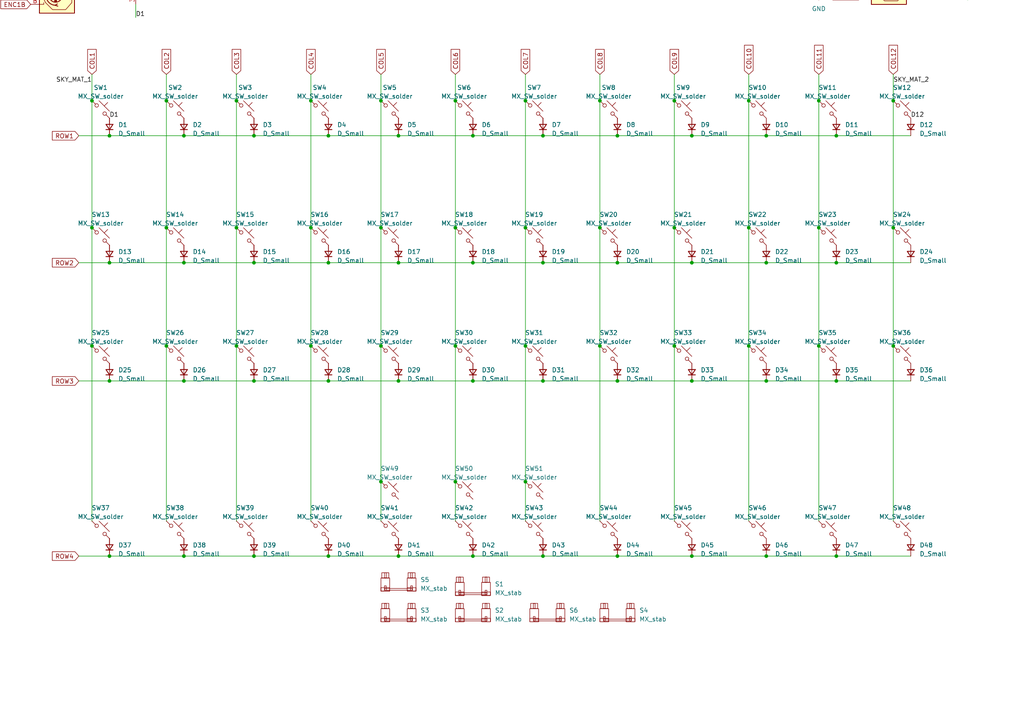
<source format=kicad_sch>
(kicad_sch (version 20230121) (generator eeschema)
  (paper "A4")
  (lib_symbols
    (symbol "Device:D_Small" (pin_numbers hide) (pin_names (offset 0.254) hide)
      (property "Reference" "D" (at -1.27 2.032 0))
      (property "Value" "D_Small" (at -3.81 -2.032 0))
      (symbol "D_Small_0_1"
        (polyline (pts (xy -0.762 -1.016) (xy -0.762 1.016)) (stroke (width 0.254)))
        (polyline (pts (xy -0.762 0) (xy 0.762 0)))
        (polyline (pts (xy 0.762 -1.016) (xy -0.762 0) (xy 0.762 1.016) (xy 0.762 -1.016)) (stroke (width 0.254)))
      )
      (symbol "D_Small_1_1"
        (pin passive line (at -2.54 0 0) (length 1.778) (name "K") (number "1"))
        (pin passive line (at 2.54 0 180) (length 1.778) (name "A") (number "2"))
      )
    )
    (symbol "Device:Q_PMOS_GSD" (pin_names (offset 0) hide)
      (property "Reference" "Q" (at 5.08 1.27 0))
      (property "Value" "Q_PMOS_GSD" (at 5.08 -1.27 0))
      (symbol "Q_PMOS_GSD_0_1"
        (polyline (pts (xy 0.254 0) (xy -2.54 0)))
        (polyline (pts (xy 0.254 1.905) (xy 0.254 -1.905)) (stroke (width 0.254)))
        (polyline (pts (xy 0.762 -1.27) (xy 0.762 -2.286)) (stroke (width 0.254)))
        (polyline (pts (xy 0.762 0.508) (xy 0.762 -0.508)) (stroke (width 0.254)))
        (polyline (pts (xy 0.762 2.286) (xy 0.762 1.27)) (stroke (width 0.254)))
        (polyline (pts (xy 2.54 2.54) (xy 2.54 1.778)))
        (polyline (pts (xy 2.54 -2.54) (xy 2.54 0) (xy 0.762 0)))
        (polyline (pts (xy 0.762 1.778) (xy 3.302 1.778) (xy 3.302 -1.778) (xy 0.762 -1.778)))
        (polyline (pts (xy 2.286 0) (xy 1.27 0.381) (xy 1.27 -0.381) (xy 2.286 0)) (fill (type outline)))
        (polyline (pts (xy 2.794 -0.508) (xy 2.921 -0.381) (xy 3.683 -0.381) (xy 3.81 -0.254)))
        (polyline (pts (xy 3.302 -0.381) (xy 2.921 0.254) (xy 3.683 0.254) (xy 3.302 -0.381)))
        (circle (center 1.651 0) (radius 2.794) (stroke (width 0.254)))
        (circle (center 2.54 -1.778) (radius 0.254) (fill (type outline)))
        (circle (center 2.54 1.778) (radius 0.254) (fill (type outline)))
      )
      (symbol "Q_PMOS_GSD_1_1"
        (pin input line (at -5.08 0 0) (length 2.54) (name "G") (number "1"))
        (pin passive line (at 2.54 -5.08 90) (length 2.54) (name "S") (number "2"))
        (pin passive line (at 2.54 5.08 270) (length 2.54) (name "D") (number "3"))
      )
    )
    (symbol "Device:R_Small_US" (pin_numbers hide) (pin_names (offset 0.254) hide)
      (property "Reference" "R" (at 0.762 0.508 0))
      (property "Value" "R_Small_US" (at 0.762 -1.016 0))
      (symbol "R_Small_US_1_1"
        (polyline (pts (xy 0 0) (xy 1.016 -0.381) (xy 0 -0.762) (xy -1.016 -1.143) (xy 0 -1.524)))
        (polyline (pts (xy 0 1.524) (xy 1.016 1.143) (xy 0 0.762) (xy -1.016 0.381) (xy 0 0)))
        (pin passive line (at 0 2.54 270) (length 1.016) (name "~") (number "1"))
        (pin passive line (at 0 -2.54 90) (length 1.016) (name "~") (number "2"))
      )
    )
    (symbol "PCM_marbastlib-various:ROT_SKYLOONG_HS-Switch" (pin_names hide) (in_bom no)
      (property "Reference" "SW" (at 0 8.89 0))
      (property "Value" "ROT_SKYLOONG_HS" (at 0 6.35 0))
      (symbol "ROT_SKYLOONG_HS-Switch_0_1"
        (rectangle (start -5.08 5.08) (end 5.08 -5.08) (stroke (width 0.254)) (fill (type background)))
        (circle (center -3.81 0) (radius 0.254) (fill (type outline)))
        (circle (center -0.381 0) (radius 1.905) (stroke (width 0.254)))
        (arc (start -0.381 2.667) (mid -3.0988 -0.0635) (end -0.381 -2.794) (stroke (width 0.254)))
        (polyline (pts (xy -0.635 -1.778) (xy -0.635 1.778)) (stroke (width 0.254)))
        (polyline (pts (xy -0.381 -1.778) (xy -0.381 1.778)) (stroke (width 0.254)))
        (polyline (pts (xy -0.127 1.778) (xy -0.127 -1.778)) (stroke (width 0.254)))
        (polyline (pts (xy 3.81 0) (xy 3.429 0)) (stroke (width 0.254)))
        (polyline (pts (xy 3.81 1.016) (xy 3.81 -1.016)) (stroke (width 0.254)))
        (polyline (pts (xy -5.08 -2.54) (xy -3.81 -2.54) (xy -3.81 -2.032)))
        (polyline (pts (xy -5.08 2.54) (xy -3.81 2.54) (xy -3.81 2.032)))
        (polyline (pts (xy 0.254 -3.048) (xy -0.508 -2.794) (xy 0.127 -2.413)) (stroke (width 0.254)))
        (polyline (pts (xy 0.254 2.921) (xy -0.508 2.667) (xy 0.127 2.286)) (stroke (width 0.254)))
        (polyline (pts (xy 5.08 2.54) (xy 4.318 2.54) (xy 4.318 1.016)) (stroke (width 0.254)))
        (polyline (pts (xy -5.08 0) (xy -3.81 0) (xy -3.81 -1.016) (xy -3.302 -2.032)))
        (polyline (pts (xy -4.318 0) (xy -3.81 0) (xy -3.81 1.016) (xy -3.302 2.032)))
        (polyline (pts (xy -3.302 -2.032) (xy -1.27 -4.064) (xy 2.54 -4.064) (xy 4.318 -2.032) (xy 4.318 -1.016)))
        (circle (center 4.318 -1.016) (radius 0.127) (stroke (width 0.254)))
        (circle (center 4.318 1.016) (radius 0.127) (stroke (width 0.254)))
      )
      (symbol "ROT_SKYLOONG_HS-Switch_1_1"
        (pin passive line (at -7.62 2.54 0) (length 2.54) (name "A") (number "A"))
        (pin passive line (at -7.62 -2.54 0) (length 2.54) (name "B") (number "B"))
        (pin passive line (at -7.62 0 0) (length 2.54) (name "C") (number "C"))
        (pin passive line (at 7.62 2.54 180) (length 2.54) (name "S") (number "S"))
      )
    )
    (symbol "marbastlib-mx:MX_SW_HS" (pin_numbers hide) (pin_names (offset 1.016) hide)
      (property "Reference" "SW" (at 3.048 1.016 0))
      (property "Value" "MX_SW_HS" (at 0 -3.81 0))
      (symbol "MX_SW_HS_0_1"
        (circle (center -1.1684 1.1684) (radius 0.508))
        (polyline (pts (xy -0.508 2.54) (xy 2.54 -0.508)))
        (polyline (pts (xy 1.016 1.016) (xy 2.032 2.032)))
        (polyline (pts (xy -2.54 2.54) (xy -1.524 1.524) (xy -1.524 1.524)))
        (polyline (pts (xy 1.524 -1.524) (xy 2.54 -2.54) (xy 2.54 -2.54) (xy 2.54 -2.54)))
        (circle (center 1.143 -1.1938) (radius 0.508))
        (pin passive line (at -2.54 2.54 0) (length 0) (name "1") (number "1"))
        (pin passive line (at 2.54 -2.54 180) (length 0) (name "2") (number "2"))
      )
    )
    (symbol "marbastlib-mx:MX_stab" (pin_names (offset 1.016))
      (property "Reference" "S" (at -5.08 6.35 0))
      (property "Value" "MX_stab" (at -5.08 3.81 0))
      (symbol "MX_stab_0_1"
        (rectangle (start -5.08 -1.524) (end -2.54 -2.54))
        (rectangle (start -5.08 1.27) (end -2.54 -2.54))
        (rectangle (start -4.826 2.794) (end -2.794 1.27))
        (rectangle (start -4.064 -2.286) (end -3.556 -1.016))
        (rectangle (start -4.064 -1.778) (end 4.064 -2.286))
        (rectangle (start -4.064 1.27) (end -3.556 2.794))
        (rectangle (start 2.54 -1.524) (end 5.08 -2.54))
        (rectangle (start 2.54 1.27) (end 5.08 -2.54))
        (rectangle (start 2.794 2.794) (end 4.826 1.27))
        (rectangle (start 3.556 1.27) (end 4.064 2.794))
        (rectangle (start 4.064 -2.286) (end 3.556 -1.016))
      )
    )
    (symbol "power:+3.3V" (power) (pin_names (offset 0))
      (property "Value" "+3.3V" (at 0 3.556 0))
      (symbol "+3.3V_0_1"
        (polyline (pts (xy -0.762 1.27) (xy 0 2.54)))
        (polyline (pts (xy 0 0) (xy 0 2.54)))
        (polyline (pts (xy 0 2.54) (xy 0.762 1.27)))
      )
      (symbol "+3.3V_1_1"
        (pin power_in line (at 0 0 90) (length 0) hide (name "+3.3V") (number "1"))
      )
    )
    (symbol "power:GND" (power) (pin_names (offset 0))
      (property "Value" "GND" (at 0 -3.81 0))
      (symbol "GND_0_1"
        (polyline (pts (xy 0 0) (xy 0 -1.27) (xy 1.27 -1.27) (xy 0 -2.54) (xy -1.27 -1.27) (xy 0 -1.27)))
      )
      (symbol "GND_1_1"
        (pin power_in line (at 0 0 270) (length 0) hide (name "GND") (number "1"))
      )
    )
  )
  (junction (at 200.66 76.2))
  (junction (at 95.25 76.2))
  (junction (at 173.99 66.04))
  (junction (at 173.99 100.33))
  (junction (at 237.49 100.33))
  (junction (at 132.08 66.04))
  (junction (at 26.67 66.04))
  (junction (at 137.16 110.49))
  (junction (at 195.58 29.21))
  (junction (at 68.58 100.33))
  (junction (at 269.24 -6.35))
  (junction (at 195.58 66.04))
  (junction (at 90.17 100.33))
  (junction (at 157.48 110.49))
  (junction (at 242.57 161.29))
  (junction (at 179.07 110.49))
  (junction (at 110.49 66.04))
  (junction (at 137.16 39.37))
  (junction (at 53.34 76.2))
  (junction (at 259.08 66.04))
  (junction (at 110.49 139.7))
  (junction (at 90.17 66.04))
  (junction (at 217.17 66.04))
  (junction (at 242.57 39.37))
  (junction (at 53.34 110.49))
  (junction (at 132.08 29.21))
  (junction (at 259.08 100.33))
  (junction (at 48.26 66.04))
  (junction (at 217.17 29.21))
  (junction (at 222.25 110.49))
  (junction (at 173.99 29.21))
  (junction (at 259.08 29.21))
  (junction (at 242.57 110.49))
  (junction (at 53.34 161.29))
  (junction (at 132.08 100.33))
  (junction (at 132.08 139.7))
  (junction (at 31.75 161.29))
  (junction (at 26.67 100.33))
  (junction (at 237.49 66.04))
  (junction (at 95.25 110.49))
  (junction (at 152.4 100.33))
  (junction (at 115.57 110.49))
  (junction (at 115.57 76.2))
  (junction (at 73.66 76.2))
  (junction (at 157.48 76.2))
  (junction (at 137.16 76.2))
  (junction (at 200.66 110.49))
  (junction (at 222.25 39.37))
  (junction (at 200.66 161.29))
  (junction (at 242.57 76.2))
  (junction (at 115.57 39.37))
  (junction (at 73.66 39.37))
  (junction (at 68.58 29.21))
  (junction (at 73.66 161.29))
  (junction (at 179.07 161.29))
  (junction (at 217.17 100.33))
  (junction (at 48.26 100.33))
  (junction (at 152.4 29.21))
  (junction (at 157.48 39.37))
  (junction (at 73.66 110.49))
  (junction (at 95.25 39.37))
  (junction (at 68.58 66.04))
  (junction (at 53.34 39.37))
  (junction (at 48.26 29.21))
  (junction (at 137.16 161.29))
  (junction (at 26.67 29.21))
  (junction (at 195.58 100.33))
  (junction (at 237.49 29.21))
  (junction (at 179.07 76.2))
  (junction (at 152.4 66.04))
  (junction (at 179.07 39.37))
  (junction (at 152.4 139.7))
  (junction (at 222.25 161.29))
  (junction (at 110.49 100.33))
  (junction (at 95.25 161.29))
  (junction (at 222.25 76.2))
  (junction (at 110.49 29.21))
  (junction (at 90.17 29.21))
  (junction (at 31.75 76.2))
  (junction (at 157.48 161.29))
  (junction (at 31.75 39.37))
  (junction (at 27.94 -3.81))
  (junction (at 31.75 110.49))
  (junction (at 115.57 161.29))
  (junction (at 200.66 39.37))
  (wire (pts (xy 173.99 100.33) (xy 173.99 151.13)))
  (wire (pts (xy 73.66 161.29) (xy 95.25 161.29)))
  (wire (pts (xy 217.17 100.33) (xy 217.17 151.13)))
  (wire (pts (xy 152.4 100.33) (xy 152.4 139.7)))
  (wire (pts (xy 222.25 39.37) (xy 242.57 39.37)))
  (wire (pts (xy 68.58 66.04) (xy 68.58 100.33)))
  (wire (pts (xy 217.17 21.59) (xy 217.17 29.21)))
  (wire (pts (xy 179.07 161.29) (xy 200.66 161.29)))
  (wire (pts (xy 68.58 100.33) (xy 68.58 151.13)))
  (wire (pts (xy 90.17 29.21) (xy 90.17 66.04)))
  (wire (pts (xy 217.17 66.04) (xy 217.17 100.33)))
  (wire (pts (xy 237.49 21.59) (xy 237.49 29.21)))
  (wire (pts (xy 237.49 100.33) (xy 237.49 151.13)))
  (wire (pts (xy 110.49 21.59) (xy 110.49 29.21)))
  (wire (pts (xy 115.57 76.2) (xy 137.16 76.2)))
  (wire (pts (xy 137.16 161.29) (xy 157.48 161.29)))
  (wire (pts (xy 222.25 161.29) (xy 242.57 161.29)))
  (wire (pts (xy 237.49 -2.54) (xy 237.49 -3.81)))
  (wire (pts (xy 27.94 -3.81) (xy 31.75 -3.81)))
  (wire (pts (xy 157.48 39.37) (xy 179.07 39.37)))
  (wire (pts (xy 242.57 110.49) (xy 264.16 110.49)))
  (wire (pts (xy 132.08 21.59) (xy 132.08 29.21)))
  (wire (pts (xy 242.57 161.29) (xy 264.16 161.29)))
  (wire (pts (xy 95.25 39.37) (xy 115.57 39.37)))
  (wire (pts (xy 90.17 100.33) (xy 90.17 151.13)))
  (wire (pts (xy 95.25 110.49) (xy 115.57 110.49)))
  (wire (pts (xy 200.66 76.2) (xy 222.25 76.2)))
  (wire (pts (xy 31.75 110.49) (xy 53.34 110.49)))
  (wire (pts (xy 157.48 110.49) (xy 179.07 110.49)))
  (wire (pts (xy 200.66 161.29) (xy 222.25 161.29)))
  (wire (pts (xy 137.16 110.49) (xy 157.48 110.49)))
  (wire (pts (xy 26.67 21.59) (xy 26.67 29.21)))
  (wire (pts (xy 53.34 39.37) (xy 73.66 39.37)))
  (wire (pts (xy 26.67 100.33) (xy 26.67 151.13)))
  (wire (pts (xy 137.16 39.37) (xy 157.48 39.37)))
  (wire (pts (xy 132.08 100.33) (xy 132.08 139.7)))
  (wire (pts (xy 26.67 29.21) (xy 26.67 66.04)))
  (wire (pts (xy -2.54 -1.27) (xy 8.89 -1.27)))
  (wire (pts (xy 132.08 139.7) (xy 132.08 151.13)))
  (wire (pts (xy 48.26 100.33) (xy 48.26 151.13)))
  (wire (pts (xy 48.26 66.04) (xy 48.26 100.33)))
  (wire (pts (xy 237.49 29.21) (xy 237.49 66.04)))
  (wire (pts (xy 132.08 29.21) (xy 132.08 66.04)))
  (wire (pts (xy 200.66 110.49) (xy 222.25 110.49)))
  (wire (pts (xy 95.25 76.2) (xy 115.57 76.2)))
  (wire (pts (xy 157.48 161.29) (xy 179.07 161.29)))
  (wire (pts (xy 73.66 76.2) (xy 95.25 76.2)))
  (wire (pts (xy 90.17 21.59) (xy 90.17 29.21)))
  (wire (pts (xy 179.07 110.49) (xy 200.66 110.49)))
  (wire (pts (xy 137.16 76.2) (xy 157.48 76.2)))
  (wire (pts (xy 48.26 29.21) (xy 48.26 66.04)))
  (wire (pts (xy 237.49 -3.81) (xy 250.19 -3.81)))
  (wire (pts (xy 222.25 76.2) (xy 242.57 76.2)))
  (wire (pts (xy 280.67 0) (xy 280.67 -1.27)))
  (wire (pts (xy 132.08 66.04) (xy 132.08 100.33)))
  (wire (pts (xy 31.75 161.29) (xy 53.34 161.29)))
  (wire (pts (xy 173.99 66.04) (xy 173.99 100.33)))
  (wire (pts (xy 90.17 66.04) (xy 90.17 100.33)))
  (wire (pts (xy 242.57 39.37) (xy 264.16 39.37)))
  (wire (pts (xy 179.07 76.2) (xy 200.66 76.2)))
  (wire (pts (xy 259.08 100.33) (xy 259.08 151.13)))
  (wire (pts (xy 195.58 21.59) (xy 195.58 29.21)))
  (wire (pts (xy 222.25 110.49) (xy 242.57 110.49)))
  (wire (pts (xy 259.08 29.21) (xy 259.08 66.04)))
  (wire (pts (xy 157.48 76.2) (xy 179.07 76.2)))
  (wire (pts (xy 195.58 100.33) (xy 195.58 151.13)))
  (wire (pts (xy 53.34 110.49) (xy 73.66 110.49)))
  (wire (pts (xy 115.57 161.29) (xy 137.16 161.29)))
  (wire (pts (xy 73.66 39.37) (xy 95.25 39.37)))
  (wire (pts (xy 22.86 39.37) (xy 31.75 39.37)))
  (wire (pts (xy 48.26 21.59) (xy 48.26 29.21)))
  (wire (pts (xy 110.49 100.33) (xy 110.49 139.7)))
  (wire (pts (xy 115.57 110.49) (xy 137.16 110.49)))
  (wire (pts (xy 259.08 66.04) (xy 259.08 100.33)))
  (wire (pts (xy 269.24 -6.35) (xy 273.05 -6.35)))
  (wire (pts (xy 269.24 -13.97) (xy 269.24 -6.35)))
  (wire (pts (xy 152.4 29.21) (xy 152.4 66.04)))
  (wire (pts (xy 237.49 66.04) (xy 237.49 100.33)))
  (wire (pts (xy 115.57 39.37) (xy 137.16 39.37)))
  (wire (pts (xy 195.58 29.21) (xy 195.58 66.04)))
  (wire (pts (xy 217.17 29.21) (xy 217.17 66.04)))
  (wire (pts (xy 173.99 21.59) (xy 173.99 29.21)))
  (wire (pts (xy 152.4 139.7) (xy 152.4 151.13)))
  (wire (pts (xy 53.34 76.2) (xy 73.66 76.2)))
  (wire (pts (xy 53.34 161.29) (xy 73.66 161.29)))
  (wire (pts (xy 73.66 110.49) (xy 95.25 110.49)))
  (wire (pts (xy 242.57 76.2) (xy 264.16 76.2)))
  (wire (pts (xy 95.25 161.29) (xy 115.57 161.29)))
  (wire (pts (xy 22.86 76.2) (xy 31.75 76.2)))
  (wire (pts (xy 68.58 21.59) (xy 68.58 29.21)))
  (wire (pts (xy 110.49 29.21) (xy 110.49 66.04)))
  (wire (pts (xy 173.99 29.21) (xy 173.99 66.04)))
  (wire (pts (xy 22.86 161.29) (xy 31.75 161.29)))
  (wire (pts (xy 152.4 21.59) (xy 152.4 29.21)))
  (wire (pts (xy 110.49 139.7) (xy 110.49 151.13)))
  (wire (pts (xy 265.43 -6.35) (xy 269.24 -6.35)))
  (wire (pts (xy 24.13 -3.81) (xy 27.94 -3.81)))
  (wire (pts (xy 179.07 39.37) (xy 200.66 39.37)))
  (wire (pts (xy 259.08 21.59) (xy 259.08 29.21)))
  (wire (pts (xy 31.75 39.37) (xy 53.34 39.37)))
  (wire (pts (xy -2.54 0) (xy -2.54 -1.27)))
  (wire (pts (xy 31.75 76.2) (xy 53.34 76.2)))
  (wire (pts (xy 195.58 66.04) (xy 195.58 100.33)))
  (wire (pts (xy 200.66 39.37) (xy 222.25 39.37)))
  (wire (pts (xy 26.67 66.04) (xy 26.67 100.33)))
  (wire (pts (xy 152.4 66.04) (xy 152.4 100.33)))
  (wire (pts (xy 27.94 -11.43) (xy 27.94 -3.81)))
  (wire (pts (xy 39.37 5.08) (xy 39.37 1.27)))
  (wire (pts (xy 110.49 66.04) (xy 110.49 100.33)))
  (wire (pts (xy 22.86 110.49) (xy 31.75 110.49)))
  (wire (pts (xy 68.58 29.21) (xy 68.58 66.04)))
  (label "D12" (at 264.16 34.29 0))
  (label "D1" (at 31.75 34.29 0))
  (label "SKY_MAT_1" (at 26.67 24.13 180))
  (label "SKY_MAT_1" (at 39.37 -8.89 0))
  (label "SKY_MAT_2" (at 259.08 24.13 0))
  (label "SKY_MAT_2" (at 280.67 -11.43 0))
  (label "D12" (at 280.67 0 180))
  (label "D1" (at 39.37 5.08 0))
  (global_label "COL2" (shape input) (at 48.26 21.59 90) (property "Intersheetrefs" "${INTERSHEET_REFS}" (effects hide)))
  (global_label "COL9" (shape input) (at 195.58 21.59 90) (property "Intersheetrefs" "${INTERSHEET_REFS}" (effects hide)))
  (global_label "COL11" (shape input) (at 237.49 21.59 90) (property "Intersheetrefs" "${INTERSHEET_REFS}" (effects hide)))
  (global_label "COL1" (shape input) (at 26.67 21.59 90) (property "Intersheetrefs" "${INTERSHEET_REFS}" (effects hide)))
  (global_label "COL5" (shape input) (at 110.49 21.59 90) (property "Intersheetrefs" "${INTERSHEET_REFS}" (effects hide)))
  (global_label "COL6" (shape input) (at 132.08 21.59 90) (property "Intersheetrefs" "${INTERSHEET_REFS}" (effects hide)))
  (global_label "ENC2B" (shape input) (at 250.19 -1.27 180) (property "Intersheetrefs" "${INTERSHEET_REFS}" (effects hide)))
  (global_label "COL7" (shape input) (at 152.4 21.59 90) (property "Intersheetrefs" "${INTERSHEET_REFS}" (effects hide)))
  (global_label "COL8" (shape input) (at 173.99 21.59 90) (property "Intersheetrefs" "${INTERSHEET_REFS}" (effects hide)))
  (global_label "ROW2" (shape input) (at 22.86 76.2 180) (property "Intersheetrefs" "${INTERSHEET_REFS}" (effects hide)))
  (global_label "COL3" (shape input) (at 68.58 21.59 90) (property "Intersheetrefs" "${INTERSHEET_REFS}" (effects hide)))
  (global_label "ROW3" (shape input) (at 22.86 110.49 180) (property "Intersheetrefs" "${INTERSHEET_REFS}" (effects hide)))
  (global_label "COL12" (shape input) (at 259.08 21.59 90) (property "Intersheetrefs" "${INTERSHEET_REFS}" (effects hide)))
  (global_label "ROW4" (shape input) (at 22.86 161.29 180) (property "Intersheetrefs" "${INTERSHEET_REFS}" (effects hide)))
  (global_label "ENC1B" (shape input) (at 8.89 1.27 180) (property "Intersheetrefs" "${INTERSHEET_REFS}" (effects hide)))
  (global_label "COL10" (shape input) (at 217.17 21.59 90) (property "Intersheetrefs" "${INTERSHEET_REFS}" (effects hide)))
  (global_label "ENC1A" (shape input) (at 8.89 -3.81 180) (property "Intersheetrefs" "${INTERSHEET_REFS}" (effects hide)))
  (global_label "ENC2A" (shape input) (at 250.19 -6.35 180) (property "Intersheetrefs" "${INTERSHEET_REFS}" (effects hide)))
  (global_label "COL4" (shape input) (at 90.17 21.59 90) (property "Intersheetrefs" "${INTERSHEET_REFS}" (effects hide)))
  (global_label "ROW1" (shape input) (at 22.86 39.37 180) (property "Intersheetrefs" "${INTERSHEET_REFS}" (effects hide)))
  (symbol (lib_id "marbastlib-mx:MX_SW_HS") (at 92.71 153.67 0) (unit 1)
    (property "Reference" "SW40" (at 92.71 147.32 0))
    (property "Value" "MX_SW_solder" (at 92.71 149.86 0))
    (property "Footprint" "marbastlib-mx:SW_MX_1u" (effects hide))
  )
  (symbol (lib_id "marbastlib-mx:MX_SW_HS") (at 154.94 68.58 0) (unit 1)
    (property "Reference" "SW19" (at 154.94 62.23 0))
    (property "Value" "MX_SW_solder" (at 154.94 64.77 0))
    (property "Footprint" "marbastlib-mx:SW_MX_1u" (effects hide))
  )
  (symbol (lib_id "Device:D_Small") (at 157.48 73.66 90) (unit 1)
    (property "Reference" "D19" (at 160.02 73.025 90) (effects (justify right)))
    (property "Value" "D_Small" (at 160.02 75.565 90) (effects (justify right)))
    (property "Footprint" "Diode_SMD:D_SOD-123" (effects hide))
    (property "Sim.Device" "D" (effects hide))
    (property "Sim.Pins" "1=K 2=A" (effects hide))
    (property "LCSC" "C81598" (effects hide))
  )
  (symbol (lib_id "PCM_marbastlib-various:ROT_SKYLOONG_HS-Switch") (at 257.81 -3.81 0) (unit 1) (in_bom no)
    (property "Reference" "SW53" (at 257.81 -13.97 0))
    (property "Value" "ROT_SKYLOONG_HS" (at 257.81 -11.43 0))
    (property "Footprint" "PCM_marbastlib-various:ROT_SKYLOONG_HS-Switch" (effects hide))
    (property "Datasheet" "https://skyloong.vip/products/abs-hot-swappable-knobs-madule" (effects hide))
  )
  (symbol (lib_id "marbastlib-mx:MX_stab") (at 158.75 177.8 0) (unit 1)
    (property "Reference" "S6" (at 165.1 177.038 0) (effects (justify left)))
    (property "Value" "MX_stab" (at 165.1 179.578 0) (effects (justify left)))
    (property "Footprint" "marbastlib-mx:STAB_MX_P_2u" (effects hide))
  )
  (symbol (lib_id "marbastlib-mx:MX_SW_HS") (at 219.71 153.67 0) (unit 1)
    (property "Reference" "SW46" (at 219.71 147.32 0))
    (property "Value" "MX_SW_solder" (at 219.71 149.86 0))
    (property "Footprint" "marbastlib-mx:SW_MX_1u" (effects hide))
  )
  (symbol (lib_id "marbastlib-mx:MX_SW_HS") (at 198.12 31.75 0) (unit 1)
    (property "Reference" "SW9" (at 198.12 25.4 0))
    (property "Value" "MX_SW_solder" (at 198.12 27.94 0))
    (property "Footprint" "marbastlib-mx:SW_MX_1u" (effects hide))
  )
  (symbol (lib_id "Device:D_Small") (at 222.25 158.75 90) (unit 1)
    (property "Reference" "D46" (at 224.79 158.115 90) (effects (justify right)))
    (property "Value" "D_Small" (at 224.79 160.655 90) (effects (justify right)))
    (property "Footprint" "Diode_SMD:D_SOD-123" (effects hide))
    (property "Sim.Device" "D" (effects hide))
    (property "Sim.Pins" "1=K 2=A" (effects hide))
    (property "LCSC" "C81598" (effects hide))
  )
  (symbol (lib_id "marbastlib-mx:MX_SW_HS") (at 29.21 31.75 0) (unit 1)
    (property "Reference" "SW1" (at 29.21 25.4 0))
    (property "Value" "MX_SW_solder" (at 29.21 27.94 0))
    (property "Footprint" "marbastlib-mx:SW_MX_1u" (effects hide))
  )
  (symbol (lib_id "marbastlib-mx:MX_SW_HS") (at 29.21 102.87 0) (unit 1)
    (property "Reference" "SW25" (at 29.21 96.52 0))
    (property "Value" "MX_SW_solder" (at 29.21 99.06 0))
    (property "Footprint" "marbastlib-mx:SW_MX_1u" (effects hide))
  )
  (symbol (lib_id "marbastlib-mx:MX_SW_HS") (at 92.71 68.58 0) (unit 1)
    (property "Reference" "SW16" (at 92.71 62.23 0))
    (property "Value" "MX_SW_solder" (at 92.71 64.77 0))
    (property "Footprint" "marbastlib-mx:SW_MX_1u" (effects hide))
  )
  (symbol (lib_id "Device:R_Small_US") (at 269.24 -16.51 180) (unit 1)
    (property "Reference" "R3" (at 273.05 -17.145 0) (effects (justify right)))
    (property "Value" "100k" (at 273.05 -14.605 0) (effects (justify right)))
    (property "Footprint" "Resistor_SMD:R_0402_1005Metric" (effects hide))
    (property "LCSC" "C106234" (effects hide))
    (instances (project "PCB" (path "" (reference "R3") (unit 1)) (path "" (reference "R6") (unit 1))))
  )
  (symbol (lib_id "marbastlib-mx:MX_SW_HS") (at 198.12 153.67 0) (unit 1)
    (property "Reference" "SW45" (at 198.12 147.32 0))
    (property "Value" "MX_SW_solder" (at 198.12 149.86 0))
    (property "Footprint" "marbastlib-mx:SW_MX_1u" (effects hide))
  )
  (symbol (lib_id "Device:D_Small") (at 115.57 36.83 90) (unit 1)
    (property "Reference" "D5" (at 118.11 36.195 90) (effects (justify right)))
    (property "Value" "D_Small" (at 118.11 38.735 90) (effects (justify right)))
    (property "Footprint" "Diode_SMD:D_SOD-123" (effects hide))
    (property "Sim.Device" "D" (effects hide))
    (property "Sim.Pins" "1=K 2=A" (effects hide))
    (property "LCSC" "C81598" (effects hide))
  )
  (symbol (lib_id "Device:D_Small") (at 179.07 107.95 90) (unit 1)
    (property "Reference" "D32" (at 181.61 107.315 90) (effects (justify right)))
    (property "Value" "D_Small" (at 181.61 109.855 90) (effects (justify right)))
    (property "Footprint" "Diode_SMD:D_SOD-123" (effects hide))
    (property "Sim.Device" "D" (effects hide))
    (property "Sim.Pins" "1=K 2=A" (effects hide))
    (property "LCSC" "C81598" (effects hide))
  )
  (symbol (lib_id "Device:D_Small") (at 222.25 36.83 90) (unit 1)
    (property "Reference" "D10" (at 224.79 36.195 90) (effects (justify right)))
    (property "Value" "D_Small" (at 224.79 38.735 90) (effects (justify right)))
    (property "Footprint" "Diode_SMD:D_SOD-123" (effects hide))
    (property "Sim.Device" "D" (effects hide))
    (property "Sim.Pins" "1=K 2=A" (effects hide))
    (property "LCSC" "C81598" (effects hide))
  )
  (symbol (lib_id "marbastlib-mx:MX_SW_HS") (at 113.03 142.24 0) (unit 1)
    (property "Reference" "SW49" (at 113.03 135.89 0))
    (property "Value" "MX_SW_solder" (at 113.03 138.43 0))
    (property "Footprint" "marbastlib-mx:SW_MX_1u" (effects hide))
  )
  (symbol (lib_id "Device:D_Small") (at 264.16 158.75 90) (unit 1)
    (property "Reference" "D48" (at 266.7 158.115 90) (effects (justify right)))
    (property "Value" "D_Small" (at 266.7 160.655 90) (effects (justify right)))
    (property "Footprint" "Diode_SMD:D_SOD-123" (effects hide))
    (property "Sim.Device" "D" (effects hide))
    (property "Sim.Pins" "1=K 2=A" (effects hide))
    (property "LCSC" "C81598" (effects hide))
  )
  (symbol (lib_id "Device:D_Small") (at 200.66 107.95 90) (unit 1)
    (property "Reference" "D33" (at 203.2 107.315 90) (effects (justify right)))
    (property "Value" "D_Small" (at 203.2 109.855 90) (effects (justify right)))
    (property "Footprint" "Diode_SMD:D_SOD-123" (effects hide))
    (property "Sim.Device" "D" (effects hide))
    (property "Sim.Pins" "1=K 2=A" (effects hide))
    (property "LCSC" "C81598" (effects hide))
  )
  (symbol (lib_id "marbastlib-mx:MX_SW_HS") (at 50.8 102.87 0) (unit 1)
    (property "Reference" "SW26" (at 50.8 96.52 0))
    (property "Value" "MX_SW_solder" (at 50.8 99.06 0))
    (property "Footprint" "marbastlib-mx:SW_MX_1u" (effects hide))
  )
  (symbol (lib_id "marbastlib-mx:MX_SW_HS") (at 50.8 153.67 0) (unit 1)
    (property "Reference" "SW38" (at 50.8 147.32 0))
    (property "Value" "MX_SW_solder" (at 50.8 149.86 0))
    (property "Footprint" "marbastlib-mx:SW_MX_1u" (effects hide))
  )
  (symbol (lib_id "Device:D_Small") (at 53.34 107.95 90) (unit 1)
    (property "Reference" "D26" (at 55.88 107.315 90) (effects (justify right)))
    (property "Value" "D_Small" (at 55.88 109.855 90) (effects (justify right)))
    (property "Footprint" "Diode_SMD:D_SOD-123" (effects hide))
    (property "Sim.Device" "D" (effects hide))
    (property "Sim.Pins" "1=K 2=A" (effects hide))
    (property "LCSC" "C81598" (effects hide))
  )
  (symbol (lib_id "marbastlib-mx:MX_SW_HS") (at 261.62 153.67 0) (unit 1)
    (property "Reference" "SW48" (at 261.62 147.32 0))
    (property "Value" "MX_SW_solder" (at 261.62 149.86 0))
    (property "Footprint" "marbastlib-mx:SW_MX_1u" (effects hide))
  )
  (symbol (lib_id "marbastlib-mx:MX_SW_HS") (at 71.12 153.67 0) (unit 1)
    (property "Reference" "SW39" (at 71.12 147.32 0))
    (property "Value" "MX_SW_solder" (at 71.12 149.86 0))
    (property "Footprint" "marbastlib-mx:SW_MX_1u" (effects hide))
  )
  (symbol (lib_id "Device:D_Small") (at 115.57 107.95 90) (unit 1)
    (property "Reference" "D29" (at 118.11 107.315 90) (effects (justify right)))
    (property "Value" "D_Small" (at 118.11 109.855 90) (effects (justify right)))
    (property "Footprint" "Diode_SMD:D_SOD-123" (effects hide))
    (property "Sim.Device" "D" (effects hide))
    (property "Sim.Pins" "1=K 2=A" (effects hide))
    (property "LCSC" "C81598" (effects hide))
  )
  (symbol (lib_id "Device:D_Small") (at 73.66 158.75 90) (unit 1)
    (property "Reference" "D39" (at 76.2 158.115 90) (effects (justify right)))
    (property "Value" "D_Small" (at 76.2 160.655 90) (effects (justify right)))
    (property "Footprint" "Diode_SMD:D_SOD-123" (effects hide))
    (property "Sim.Device" "D" (effects hide))
    (property "Sim.Pins" "1=K 2=A" (effects hide))
    (property "LCSC" "C81598" (effects hide))
  )
  (symbol (lib_id "Device:D_Small") (at 31.75 107.95 90) (unit 1)
    (property "Reference" "D25" (at 34.29 107.315 90) (effects (justify right)))
    (property "Value" "D_Small" (at 34.29 109.855 90) (effects (justify right)))
    (property "Footprint" "Diode_SMD:D_SOD-123" (effects hide))
    (property "Sim.Device" "D" (effects hide))
    (property "Sim.Pins" "1=K 2=A" (effects hide))
    (property "LCSC" "C81598" (effects hide))
  )
  (symbol (lib_id "marbastlib-mx:MX_stab") (at 115.57 168.91 0) (unit 1)
    (property "Reference" "S5" (at 121.92 168.148 0) (effects (justify left)))
    (property "Value" "MX_stab" (at 121.92 170.688 0) (effects (justify left)))
    (property "Footprint" "marbastlib-mx:STAB_MX_P_2u" (effects hide))
  )
  (symbol (lib_id "Device:D_Small") (at 200.66 36.83 90) (unit 1)
    (property "Reference" "D9" (at 203.2 36.195 90) (effects (justify right)))
    (property "Value" "D_Small" (at 203.2 38.735 90) (effects (justify right)))
    (property "Footprint" "Diode_SMD:D_SOD-123" (effects hide))
    (property "Sim.Device" "D" (effects hide))
    (property "Sim.Pins" "1=K 2=A" (effects hide))
    (property "LCSC" "C81598" (effects hide))
  )
  (symbol (lib_id "Device:D_Small") (at 179.07 158.75 90) (unit 1)
    (property "Reference" "D44" (at 181.61 158.115 90) (effects (justify right)))
    (property "Value" "D_Small" (at 181.61 160.655 90) (effects (justify right)))
    (property "Footprint" "Diode_SMD:D_SOD-123" (effects hide))
    (property "Sim.Device" "D" (effects hide))
    (property "Sim.Pins" "1=K 2=A" (effects hide))
    (property "LCSC" "C81598" (effects hide))
  )
  (symbol (lib_id "power:+3.3V") (at 27.94 -16.51 0) (unit 1)
    (property "Reference" "#PWR027" (effects hide))
    (property "Value" "+3.3V" (at 27.94 -20.32 0))
  )
  (symbol (lib_id "Device:D_Small") (at 137.16 73.66 90) (unit 1)
    (property "Reference" "D18" (at 139.7 73.025 90) (effects (justify right)))
    (property "Value" "D_Small" (at 139.7 75.565 90) (effects (justify right)))
    (property "Footprint" "Diode_SMD:D_SOD-123" (effects hide))
    (property "Sim.Device" "D" (effects hide))
    (property "Sim.Pins" "1=K 2=A" (effects hide))
    (property "LCSC" "C81598" (effects hide))
  )
  (symbol (lib_id "Device:D_Small") (at 157.48 107.95 90) (unit 1)
    (property "Reference" "D31" (at 160.02 107.315 90) (effects (justify right)))
    (property "Value" "D_Small" (at 160.02 109.855 90) (effects (justify right)))
    (property "Footprint" "Diode_SMD:D_SOD-123" (effects hide))
    (property "Sim.Device" "D" (effects hide))
    (property "Sim.Pins" "1=K 2=A" (effects hide))
    (property "LCSC" "C81598" (effects hide))
  )
  (symbol (lib_id "marbastlib-mx:MX_SW_HS") (at 50.8 31.75 0) (unit 1)
    (property "Reference" "SW2" (at 50.8 25.4 0))
    (property "Value" "MX_SW_solder" (at 50.8 27.94 0))
    (property "Footprint" "marbastlib-mx:SW_MX_1u" (effects hide))
  )
  (symbol (lib_id "power:GND") (at 237.49 -2.54 0) (unit 1)
    (property "Reference" "#PWR018" (effects hide))
    (property "Value" "GND" (at 237.49 2.54 0))
  )
  (symbol (lib_id "marbastlib-mx:MX_SW_HS") (at 219.71 102.87 0) (unit 1)
    (property "Reference" "SW34" (at 219.71 96.52 0))
    (property "Value" "MX_SW_solder" (at 219.71 99.06 0))
    (property "Footprint" "marbastlib-mx:SW_MX_1u" (effects hide))
  )
  (symbol (lib_id "marbastlib-mx:MX_SW_HS") (at 71.12 68.58 0) (unit 1)
    (property "Reference" "SW15" (at 71.12 62.23 0))
    (property "Value" "MX_SW_solder" (at 71.12 64.77 0))
    (property "Footprint" "marbastlib-mx:SW_MX_1u" (effects hide))
  )
  (symbol (lib_id "Device:Q_PMOS_GSD") (at 278.13 -6.35 0) (mirror x) (unit 1)
    (property "Reference" "Q1" (at 287.02 -6.35 90))
    (property "Value" "PMOS" (at 284.48 -6.35 90))
    (property "Footprint" "Package_TO_SOT_SMD:SOT-323_SC-70" (effects hide))
    (property "Sim.Device" "PMOS" (effects hide))
    (property "Sim.Type" "VDMOS" (effects hide))
    (property "Sim.Pins" "1=D 2=G 3=S" (effects hide))
    (property "LCSC" "C99272" (effects hide))
    (instances (project "PCB" (path "" (reference "Q1") (unit 1)) (path "" (reference "Q2") (unit 1))))
  )
  (symbol (lib_id "marbastlib-mx:MX_SW_HS") (at 134.62 102.87 0) (unit 1)
    (property "Reference" "SW30" (at 134.62 96.52 0))
    (property "Value" "MX_SW_solder" (at 134.62 99.06 0))
    (property "Footprint" "marbastlib-mx:SW_MX_1u" (effects hide))
  )
  (symbol (lib_id "marbastlib-mx:MX_stab") (at 137.16 177.8 0) (unit 1)
    (property "Reference" "S2" (at 143.51 177.038 0) (effects (justify left)))
    (property "Value" "MX_stab" (at 143.51 179.578 0) (effects (justify left)))
    (property "Footprint" "marbastlib-mx:STAB_MX_P_6u" (effects hide))
  )
  (symbol (lib_id "marbastlib-mx:MX_SW_HS") (at 50.8 68.58 0) (unit 1)
    (property "Reference" "SW14" (at 50.8 62.23 0))
    (property "Value" "MX_SW_solder" (at 50.8 64.77 0))
    (property "Footprint" "marbastlib-mx:SW_MX_1u" (effects hide))
  )
  (symbol (lib_id "Device:D_Small") (at 31.75 36.83 90) (unit 1)
    (property "Reference" "D1" (at 34.29 36.195 90) (effects (justify right)))
    (property "Value" "D_Small" (at 34.29 38.735 90) (effects (justify right)))
    (property "Footprint" "Diode_SMD:D_SOD-123" (effects hide))
    (property "Sim.Device" "D" (effects hide))
    (property "Sim.Pins" "1=K 2=A" (effects hide))
    (property "LCSC" "C81598" (effects hide))
  )
  (symbol (lib_id "marbastlib-mx:MX_stab") (at 137.16 170.18 0) (unit 1)
    (property "Reference" "S1" (at 143.51 169.418 0) (effects (justify left)))
    (property "Value" "MX_stab" (at 143.51 171.958 0) (effects (justify left)))
    (property "Footprint" "marbastlib-mx:STAB_MX_P_2u" (effects hide))
  )
  (symbol (lib_id "Device:D_Small") (at 53.34 158.75 90) (unit 1)
    (property "Reference" "D38" (at 55.88 158.115 90) (effects (justify right)))
    (property "Value" "D_Small" (at 55.88 160.655 90) (effects (justify right)))
    (property "Footprint" "Diode_SMD:D_SOD-123" (effects hide))
    (property "Sim.Device" "D" (effects hide))
    (property "Sim.Pins" "1=K 2=A" (effects hide))
    (property "LCSC" "C81598" (effects hide))
  )
  (symbol (lib_id "marbastlib-mx:MX_SW_HS") (at 134.62 68.58 0) (unit 1)
    (property "Reference" "SW18" (at 134.62 62.23 0))
    (property "Value" "MX_SW_solder" (at 134.62 64.77 0))
    (property "Footprint" "marbastlib-mx:SW_MX_1u" (effects hide))
  )
  (symbol (lib_id "marbastlib-mx:MX_SW_HS") (at 261.62 68.58 0) (unit 1)
    (property "Reference" "SW24" (at 261.62 62.23 0))
    (property "Value" "MX_SW_solder" (at 261.62 64.77 0))
    (property "Footprint" "marbastlib-mx:SW_MX_1u" (effects hide))
  )
  (symbol (lib_id "Device:D_Small") (at 242.57 107.95 90) (unit 1)
    (property "Reference" "D35" (at 245.11 107.315 90) (effects (justify right)))
    (property "Value" "D_Small" (at 245.11 109.855 90) (effects (justify right)))
    (property "Footprint" "Diode_SMD:D_SOD-123" (effects hide))
    (property "Sim.Device" "D" (effects hide))
    (property "Sim.Pins" "1=K 2=A" (effects hide))
    (property "LCSC" "C81598" (effects hide))
  )
  (symbol (lib_id "Device:D_Small") (at 73.66 36.83 90) (unit 1)
    (property "Reference" "D3" (at 76.2 36.195 90) (effects (justify right)))
    (property "Value" "D_Small" (at 76.2 38.735 90) (effects (justify right)))
    (property "Footprint" "Diode_SMD:D_SOD-123" (effects hide))
    (property "Sim.Device" "D" (effects hide))
    (property "Sim.Pins" "1=K 2=A" (effects hide))
    (property "LCSC" "C81598" (effects hide))
  )
  (symbol (lib_id "Device:D_Small") (at 222.25 107.95 90) (unit 1)
    (property "Reference" "D34" (at 224.79 107.315 90) (effects (justify right)))
    (property "Value" "D_Small" (at 224.79 109.855 90) (effects (justify right)))
    (property "Footprint" "Diode_SMD:D_SOD-123" (effects hide))
    (property "Sim.Device" "D" (effects hide))
    (property "Sim.Pins" "1=K 2=A" (effects hide))
    (property "LCSC" "C81598" (effects hide))
  )
  (symbol (lib_id "marbastlib-mx:MX_SW_HS") (at 154.94 153.67 0) (unit 1)
    (property "Reference" "SW43" (at 154.94 147.32 0))
    (property "Value" "MX_SW_solder" (at 154.94 149.86 0))
    (property "Footprint" "marbastlib-mx:SW_MX_1u" (effects hide))
  )
  (symbol (lib_id "Device:D_Small") (at 179.07 73.66 90) (unit 1)
    (property "Reference" "D20" (at 181.61 73.025 90) (effects (justify right)))
    (property "Value" "D_Small" (at 181.61 75.565 90) (effects (justify right)))
    (property "Footprint" "Diode_SMD:D_SOD-123" (effects hide))
    (property "Sim.Device" "D" (effects hide))
    (property "Sim.Pins" "1=K 2=A" (effects hide))
    (property "LCSC" "C81598" (effects hide))
  )
  (symbol (lib_id "Device:D_Small") (at 31.75 73.66 90) (unit 1)
    (property "Reference" "D13" (at 34.29 73.025 90) (effects (justify right)))
    (property "Value" "D_Small" (at 34.29 75.565 90) (effects (justify right)))
    (property "Footprint" "Diode_SMD:D_SOD-123" (effects hide))
    (property "Sim.Device" "D" (effects hide))
    (property "Sim.Pins" "1=K 2=A" (effects hide))
    (property "LCSC" "C81598" (effects hide))
  )
  (symbol (lib_id "Device:D_Small") (at 157.48 158.75 90) (unit 1)
    (property "Reference" "D43" (at 160.02 158.115 90) (effects (justify right)))
    (property "Value" "D_Small" (at 160.02 160.655 90) (effects (justify right)))
    (property "Footprint" "Diode_SMD:D_SOD-123" (effects hide))
    (property "Sim.Device" "D" (effects hide))
    (property "Sim.Pins" "1=K 2=A" (effects hide))
    (property "LCSC" "C81598" (effects hide))
  )
  (symbol (lib_id "Device:Q_PMOS_GSD") (at 36.83 -3.81 0) (mirror x) (unit 1)
    (property "Reference" "Q1" (at 45.72 -3.81 90))
    (property "Value" "PMOS" (at 43.18 -3.81 90))
    (property "Footprint" "Package_TO_SOT_SMD:SOT-323_SC-70" (effects hide))
    (property "Sim.Device" "PMOS" (effects hide))
    (property "Sim.Type" "VDMOS" (effects hide))
    (property "Sim.Pins" "1=D 2=G 3=S" (effects hide))
    (property "LCSC" "C99272" (effects hide))
    (instances (project "PCB" (path "" (reference "Q1") (unit 1)) (path "" (reference "Q3") (unit 1))))
  )
  (symbol (lib_id "Device:D_Small") (at 242.57 158.75 90) (unit 1)
    (property "Reference" "D47" (at 245.11 158.115 90) (effects (justify right)))
    (property "Value" "D_Small" (at 245.11 160.655 90) (effects (justify right)))
    (property "Footprint" "Diode_SMD:D_SOD-123" (effects hide))
    (property "Sim.Device" "D" (effects hide))
    (property "Sim.Pins" "1=K 2=A" (effects hide))
    (property "LCSC" "C81598" (effects hide))
  )
  (symbol (lib_id "marbastlib-mx:MX_SW_HS") (at 92.71 31.75 0) (unit 1)
    (property "Reference" "SW4" (at 92.71 25.4 0))
    (property "Value" "MX_SW_solder" (at 92.71 27.94 0))
    (property "Footprint" "marbastlib-mx:SW_MX_1u" (effects hide))
  )
  (symbol (lib_id "marbastlib-mx:MX_SW_HS") (at 240.03 102.87 0) (unit 1)
    (property "Reference" "SW35" (at 240.03 96.52 0))
    (property "Value" "MX_SW_solder" (at 240.03 99.06 0))
    (property "Footprint" "marbastlib-mx:SW_MX_1u" (effects hide))
  )
  (symbol (lib_id "marbastlib-mx:MX_SW_HS") (at 113.03 153.67 0) (unit 1)
    (property "Reference" "SW41" (at 113.03 147.32 0))
    (property "Value" "MX_SW_solder" (at 113.03 149.86 0))
    (property "Footprint" "marbastlib-mx:SW_MX_1u" (effects hide))
  )
  (symbol (lib_id "Device:D_Small") (at 200.66 73.66 90) (unit 1)
    (property "Reference" "D21" (at 203.2 73.025 90) (effects (justify right)))
    (property "Value" "D_Small" (at 203.2 75.565 90) (effects (justify right)))
    (property "Footprint" "Diode_SMD:D_SOD-123" (effects hide))
    (property "Sim.Device" "D" (effects hide))
    (property "Sim.Pins" "1=K 2=A" (effects hide))
    (property "LCSC" "C81598" (effects hide))
  )
  (symbol (lib_id "Device:D_Small") (at 137.16 158.75 90) (unit 1)
    (property "Reference" "D42" (at 139.7 158.115 90) (effects (justify right)))
    (property "Value" "D_Small" (at 139.7 160.655 90) (effects (justify right)))
    (property "Footprint" "Diode_SMD:D_SOD-123" (effects hide))
    (property "Sim.Device" "D" (effects hide))
    (property "Sim.Pins" "1=K 2=A" (effects hide))
    (property "LCSC" "C81598" (effects hide))
  )
  (symbol (lib_id "Device:D_Small") (at 95.25 73.66 90) (unit 1)
    (property "Reference" "D16" (at 97.79 73.025 90) (effects (justify right)))
    (property "Value" "D_Small" (at 97.79 75.565 90) (effects (justify right)))
    (property "Footprint" "Diode_SMD:D_SOD-123" (effects hide))
    (property "Sim.Device" "D" (effects hide))
    (property "Sim.Pins" "1=K 2=A" (effects hide))
    (property "LCSC" "C81598" (effects hide))
  )
  (symbol (lib_id "marbastlib-mx:MX_SW_HS") (at 176.53 102.87 0) (unit 1)
    (property "Reference" "SW32" (at 176.53 96.52 0))
    (property "Value" "MX_SW_solder" (at 176.53 99.06 0))
    (property "Footprint" "marbastlib-mx:SW_MX_1u" (effects hide))
  )
  (symbol (lib_id "Device:D_Small") (at 73.66 73.66 90) (unit 1)
    (property "Reference" "D15" (at 76.2 73.025 90) (effects (justify right)))
    (property "Value" "D_Small" (at 76.2 75.565 90) (effects (justify right)))
    (property "Footprint" "Diode_SMD:D_SOD-123" (effects hide))
    (property "Sim.Device" "D" (effects hide))
    (property "Sim.Pins" "1=K 2=A" (effects hide))
    (property "LCSC" "C81598" (effects hide))
  )
  (symbol (lib_id "power:GND") (at -2.54 0 0) (unit 1)
    (property "Reference" "#PWR021" (effects hide))
    (property "Value" "GND" (at -2.54 5.08 0))
  )
  (symbol (lib_id "marbastlib-mx:MX_SW_HS") (at 198.12 102.87 0) (unit 1)
    (property "Reference" "SW33" (at 198.12 96.52 0))
    (property "Value" "MX_SW_solder" (at 198.12 99.06 0))
    (property "Footprint" "marbastlib-mx:SW_MX_1u" (effects hide))
  )
  (symbol (lib_id "marbastlib-mx:MX_SW_HS") (at 154.94 31.75 0) (unit 1)
    (property "Reference" "SW7" (at 154.94 25.4 0))
    (property "Value" "MX_SW_solder" (at 154.94 27.94 0))
    (property "Footprint" "marbastlib-mx:SW_MX_1u" (effects hide))
  )
  (symbol (lib_id "marbastlib-mx:MX_SW_HS") (at 176.53 31.75 0) (unit 1)
    (property "Reference" "SW8" (at 176.53 25.4 0))
    (property "Value" "MX_SW_solder" (at 176.53 27.94 0))
    (property "Footprint" "marbastlib-mx:SW_MX_1u" (effects hide))
  )
  (symbol (lib_id "Device:D_Small") (at 242.57 36.83 90) (unit 1)
    (property "Reference" "D11" (at 245.11 36.195 90) (effects (justify right)))
    (property "Value" "D_Small" (at 245.11 38.735 90) (effects (justify right)))
    (property "Footprint" "Diode_SMD:D_SOD-123" (effects hide))
    (property "Sim.Device" "D" (effects hide))
    (property "Sim.Pins" "1=K 2=A" (effects hide))
    (property "LCSC" "C81598" (effects hide))
  )
  (symbol (lib_id "Device:D_Small") (at 95.25 107.95 90) (unit 1)
    (property "Reference" "D28" (at 97.79 107.315 90) (effects (justify right)))
    (property "Value" "D_Small" (at 97.79 109.855 90) (effects (justify right)))
    (property "Footprint" "Diode_SMD:D_SOD-123" (effects hide))
    (property "Sim.Device" "D" (effects hide))
    (property "Sim.Pins" "1=K 2=A" (effects hide))
    (property "LCSC" "C81598" (effects hide))
  )
  (symbol (lib_id "Device:D_Small") (at 115.57 73.66 90) (unit 1)
    (property "Reference" "D17" (at 118.11 73.025 90) (effects (justify right)))
    (property "Value" "D_Small" (at 118.11 75.565 90) (effects (justify right)))
    (property "Footprint" "Diode_SMD:D_SOD-123" (effects hide))
    (property "Sim.Device" "D" (effects hide))
    (property "Sim.Pins" "1=K 2=A" (effects hide))
    (property "LCSC" "C81598" (effects hide))
  )
  (symbol (lib_id "Device:D_Small") (at 179.07 36.83 90) (unit 1)
    (property "Reference" "D8" (at 181.61 36.195 90) (effects (justify right)))
    (property "Value" "D_Small" (at 181.61 38.735 90) (effects (justify right)))
    (property "Footprint" "Diode_SMD:D_SOD-123" (effects hide))
    (property "Sim.Device" "D" (effects hide))
    (property "Sim.Pins" "1=K 2=A" (effects hide))
    (property "LCSC" "C81598" (effects hide))
  )
  (symbol (lib_id "marbastlib-mx:MX_SW_HS") (at 71.12 31.75 0) (unit 1)
    (property "Reference" "SW3" (at 71.12 25.4 0))
    (property "Value" "MX_SW_solder" (at 71.12 27.94 0))
    (property "Footprint" "marbastlib-mx:SW_MX_1u" (effects hide))
  )
  (symbol (lib_id "marbastlib-mx:MX_SW_HS") (at 154.94 102.87 0) (unit 1)
    (property "Reference" "SW31" (at 154.94 96.52 0))
    (property "Value" "MX_SW_solder" (at 154.94 99.06 0))
    (property "Footprint" "marbastlib-mx:SW_MX_1u" (effects hide))
  )
  (symbol (lib_id "marbastlib-mx:MX_SW_HS") (at 134.62 31.75 0) (unit 1)
    (property "Reference" "SW6" (at 134.62 25.4 0))
    (property "Value" "MX_SW_solder" (at 134.62 27.94 0))
    (property "Footprint" "marbastlib-mx:SW_MX_1u" (effects hide))
  )
  (symbol (lib_id "Device:D_Small") (at 157.48 36.83 90) (unit 1)
    (property "Reference" "D7" (at 160.02 36.195 90) (effects (justify right)))
    (property "Value" "D_Small" (at 160.02 38.735 90) (effects (justify right)))
    (property "Footprint" "Diode_SMD:D_SOD-123" (effects hide))
    (property "Sim.Device" "D" (effects hide))
    (property "Sim.Pins" "1=K 2=A" (effects hide))
    (property "LCSC" "C81598" (effects hide))
  )
  (symbol (lib_id "marbastlib-mx:MX_SW_HS") (at 29.21 153.67 0) (unit 1)
    (property "Reference" "SW37" (at 29.21 147.32 0))
    (property "Value" "MX_SW_solder" (at 29.21 149.86 0))
    (property "Footprint" "marbastlib-mx:SW_MX_1u" (effects hide))
  )
  (symbol (lib_id "marbastlib-mx:MX_SW_HS") (at 176.53 68.58 0) (unit 1)
    (property "Reference" "SW20" (at 176.53 62.23 0))
    (property "Value" "MX_SW_solder" (at 176.53 64.77 0))
    (property "Footprint" "marbastlib-mx:SW_MX_1u" (effects hide))
  )
  (symbol (lib_id "marbastlib-mx:MX_stab") (at 179.07 177.8 0) (unit 1)
    (property "Reference" "S4" (at 185.42 177.038 0) (effects (justify left)))
    (property "Value" "MX_stab" (at 185.42 179.578 0) (effects (justify left)))
    (property "Footprint" "marbastlib-mx:STAB_MX_P_3u" (effects hide))
  )
  (symbol (lib_id "marbastlib-mx:MX_SW_HS") (at 240.03 31.75 0) (unit 1)
    (property "Reference" "SW11" (at 240.03 25.4 0))
    (property "Value" "MX_SW_solder" (at 240.03 27.94 0))
    (property "Footprint" "marbastlib-mx:SW_MX_1u" (effects hide))
  )
  (symbol (lib_id "Device:D_Small") (at 73.66 107.95 90) (unit 1)
    (property "Reference" "D27" (at 76.2 107.315 90) (effects (justify right)))
    (property "Value" "D_Small" (at 76.2 109.855 90) (effects (justify right)))
    (property "Footprint" "Diode_SMD:D_SOD-123" (effects hide))
    (property "Sim.Device" "D" (effects hide))
    (property "Sim.Pins" "1=K 2=A" (effects hide))
    (property "LCSC" "C81598" (effects hide))
  )
  (symbol (lib_id "power:+3.3V") (at 269.24 -19.05 0) (unit 1)
    (property "Reference" "#PWR028" (effects hide))
    (property "Value" "+3.3V" (at 269.24 -22.86 0))
  )
  (symbol (lib_id "marbastlib-mx:MX_SW_HS") (at 134.62 142.24 0) (unit 1)
    (property "Reference" "SW50" (at 134.62 135.89 0))
    (property "Value" "MX_SW_solder" (at 134.62 138.43 0))
    (property "Footprint" "marbastlib-mx:SW_MX_1u" (effects hide))
  )
  (symbol (lib_id "marbastlib-mx:MX_SW_HS") (at 240.03 68.58 0) (unit 1)
    (property "Reference" "SW23" (at 240.03 62.23 0))
    (property "Value" "MX_SW_solder" (at 240.03 64.77 0))
    (property "Footprint" "marbastlib-mx:SW_MX_1u" (effects hide))
  )
  (symbol (lib_id "Device:D_Small") (at 200.66 158.75 90) (unit 1)
    (property "Reference" "D45" (at 203.2 158.115 90) (effects (justify right)))
    (property "Value" "D_Small" (at 203.2 160.655 90) (effects (justify right)))
    (property "Footprint" "Diode_SMD:D_SOD-123" (effects hide))
    (property "Sim.Device" "D" (effects hide))
    (property "Sim.Pins" "1=K 2=A" (effects hide))
    (property "LCSC" "C81598" (effects hide))
  )
  (symbol (lib_id "marbastlib-mx:MX_SW_HS") (at 154.94 142.24 0) (unit 1)
    (property "Reference" "SW51" (at 154.94 135.89 0))
    (property "Value" "MX_SW_solder" (at 154.94 138.43 0))
    (property "Footprint" "marbastlib-mx:SW_MX_1u" (effects hide))
  )
  (symbol (lib_id "marbastlib-mx:MX_SW_HS") (at 261.62 31.75 0) (unit 1)
    (property "Reference" "SW12" (at 261.62 25.4 0))
    (property "Value" "MX_SW_solder" (at 261.62 27.94 0))
    (property "Footprint" "marbastlib-mx:SW_MX_1u" (effects hide))
  )
  (symbol (lib_id "Device:D_Small") (at 53.34 36.83 90) (unit 1)
    (property "Reference" "D2" (at 55.88 36.195 90) (effects (justify right)))
    (property "Value" "D_Small" (at 55.88 38.735 90) (effects (justify right)))
    (property "Footprint" "Diode_SMD:D_SOD-123" (effects hide))
    (property "Sim.Device" "D" (effects hide))
    (property "Sim.Pins" "1=K 2=A" (effects hide))
    (property "LCSC" "C81598" (effects hide))
  )
  (symbol (lib_id "Device:D_Small") (at 95.25 36.83 90) (unit 1)
    (property "Reference" "D4" (at 97.79 36.195 90) (effects (justify right)))
    (property "Value" "D_Small" (at 97.79 38.735 90) (effects (justify right)))
    (property "Footprint" "Diode_SMD:D_SOD-123" (effects hide))
    (property "Sim.Device" "D" (effects hide))
    (property "Sim.Pins" "1=K 2=A" (effects hide))
    (property "LCSC" "C81598" (effects hide))
  )
  (symbol (lib_id "marbastlib-mx:MX_SW_HS") (at 198.12 68.58 0) (unit 1)
    (property "Reference" "SW21" (at 198.12 62.23 0))
    (property "Value" "MX_SW_solder" (at 198.12 64.77 0))
    (property "Footprint" "marbastlib-mx:SW_MX_1u" (effects hide))
  )
  (symbol (lib_id "marbastlib-mx:MX_stab") (at 115.57 177.8 0) (unit 1)
    (property "Reference" "S3" (at 121.92 177.038 0) (effects (justify left)))
    (property "Value" "MX_stab" (at 121.92 179.578 0) (effects (justify left)))
    (property "Footprint" "marbastlib-mx:STAB_MX_P_3u" (effects hide))
  )
  (symbol (lib_id "Device:D_Small") (at 264.16 36.83 90) (unit 1)
    (property "Reference" "D12" (at 266.7 36.195 90) (effects (justify right)))
    (property "Value" "D_Small" (at 266.7 38.735 90) (effects (justify right)))
    (property "Footprint" "Diode_SMD:D_SOD-123" (effects hide))
    (property "Sim.Device" "D" (effects hide))
    (property "Sim.Pins" "1=K 2=A" (effects hide))
    (property "LCSC" "C81598" (effects hide))
  )
  (symbol (lib_id "marbastlib-mx:MX_SW_HS") (at 113.03 68.58 0) (unit 1)
    (property "Reference" "SW17" (at 113.03 62.23 0))
    (property "Value" "MX_SW_solder" (at 113.03 64.77 0))
    (property "Footprint" "marbastlib-mx:SW_MX_1u" (effects hide))
  )
  (symbol (lib_id "Device:R_Small_US") (at 27.94 -13.97 180) (unit 1)
    (property "Reference" "R3" (at 31.75 -14.605 0) (effects (justify right)))
    (property "Value" "100k" (at 31.75 -12.065 0) (effects (justify right)))
    (property "Footprint" "Resistor_SMD:R_0402_1005Metric" (effects hide))
    (property "LCSC" "C106234" (effects hide))
    (instances (project "PCB" (path "" (reference "R3") (unit 1)) (path "" (reference "R5") (unit 1))))
  )
  (symbol (lib_id "marbastlib-mx:MX_SW_HS") (at 240.03 153.67 0) (unit 1)
    (property "Reference" "SW47" (at 240.03 147.32 0))
    (property "Value" "MX_SW_solder" (at 240.03 149.86 0))
    (property "Footprint" "marbastlib-mx:SW_MX_1u" (effects hide))
  )
  (symbol (lib_id "marbastlib-mx:MX_SW_HS") (at 71.12 102.87 0) (unit 1)
    (property "Reference" "SW27" (at 71.12 96.52 0))
    (property "Value" "MX_SW_solder" (at 71.12 99.06 0))
    (property "Footprint" "marbastlib-mx:SW_MX_1u" (effects hide))
  )
  (symbol (lib_id "Device:D_Small") (at 242.57 73.66 90) (unit 1)
    (property "Reference" "D23" (at 245.11 73.025 90) (effects (justify right)))
    (property "Value" "D_Small" (at 245.11 75.565 90) (effects (justify right)))
    (property "Footprint" "Diode_SMD:D_SOD-123" (effects hide))
    (property "Sim.Device" "D" (effects hide))
    (property "Sim.Pins" "1=K 2=A" (effects hide))
    (property "LCSC" "C81598" (effects hide))
  )
  (symbol (lib_id "Device:D_Small") (at 222.25 73.66 90) (unit 1)
    (property "Reference" "D22" (at 224.79 73.025 90) (effects (justify right)))
    (property "Value" "D_Small" (at 224.79 75.565 90) (effects (justify right)))
    (property "Footprint" "Diode_SMD:D_SOD-123" (effects hide))
    (property "Sim.Device" "D" (effects hide))
    (property "Sim.Pins" "1=K 2=A" (effects hide))
    (property "LCSC" "C81598" (effects hide))
  )
  (symbol (lib_id "marbastlib-mx:MX_SW_HS") (at 134.62 153.67 0) (unit 1)
    (property "Reference" "SW42" (at 134.62 147.32 0))
    (property "Value" "MX_SW_solder" (at 134.62 149.86 0))
    (property "Footprint" "marbastlib-mx:SW_MX_1u" (effects hide))
  )
  (symbol (lib_id "Device:D_Small") (at 137.16 36.83 90) (unit 1)
    (property "Reference" "D6" (at 139.7 36.195 90) (effects (justify right)))
    (property "Value" "D_Small" (at 139.7 38.735 90) (effects (justify right)))
    (property "Footprint" "Diode_SMD:D_SOD-123" (effects hide))
    (property "Sim.Device" "D" (effects hide))
    (property "Sim.Pins" "1=K 2=A" (effects hide))
    (property "LCSC" "C81598" (effects hide))
  )
  (symbol (lib_id "Device:D_Small") (at 95.25 158.75 90) (unit 1)
    (property "Reference" "D40" (at 97.79 158.115 90) (effects (justify right)))
    (property "Value" "D_Small" (at 97.79 160.655 90) (effects (justify right)))
    (property "Footprint" "Diode_SMD:D_SOD-123" (effects hide))
    (property "Sim.Device" "D" (effects hide))
    (property "Sim.Pins" "1=K 2=A" (effects hide))
    (property "LCSC" "C81598" (effects hide))
  )
  (symbol (lib_id "marbastlib-mx:MX_SW_HS") (at 219.71 68.58 0) (unit 1)
    (property "Reference" "SW22" (at 219.71 62.23 0))
    (property "Value" "MX_SW_solder" (at 219.71 64.77 0))
    (property "Footprint" "marbastlib-mx:SW_MX_1u" (effects hide))
  )
  (symbol (lib_id "Device:D_Small") (at 137.16 107.95 90) (unit 1)
    (property "Reference" "D30" (at 139.7 107.315 90) (effects (justify right)))
    (property "Value" "D_Small" (at 139.7 109.855 90) (effects (justify right)))
    (property "Footprint" "Diode_SMD:D_SOD-123" (effects hide))
    (property "Sim.Device" "D" (effects hide))
    (property "Sim.Pins" "1=K 2=A" (effects hide))
    (property "LCSC" "C81598" (effects hide))
  )
  (symbol (lib_id "marbastlib-mx:MX_SW_HS") (at 219.71 31.75 0) (unit 1)
    (property "Reference" "SW10" (at 219.71 25.4 0))
    (property "Value" "MX_SW_solder" (at 219.71 27.94 0))
    (property "Footprint" "marbastlib-mx:SW_MX_1u" (effects hide))
  )
  (symbol (lib_id "marbastlib-mx:MX_SW_HS") (at 92.71 102.87 0) (unit 1)
    (property "Reference" "SW28" (at 92.71 96.52 0))
    (property "Value" "MX_SW_solder" (at 92.71 99.06 0))
    (property "Footprint" "marbastlib-mx:SW_MX_1u" (effects hide))
  )
  (symbol (lib_id "Device:D_Small") (at 264.16 73.66 90) (unit 1)
    (property "Reference" "D24" (at 266.7 73.025 90) (effects (justify right)))
    (property "Value" "D_Small" (at 266.7 75.565 90) (effects (justify right)))
    (property "Footprint" "Diode_SMD:D_SOD-123" (effects hide))
    (property "Sim.Device" "D" (effects hide))
    (property "Sim.Pins" "1=K 2=A" (effects hide))
    (property "LCSC" "C81598" (effects hide))
  )
  (symbol (lib_id "marbastlib-mx:MX_SW_HS") (at 176.53 153.67 0) (unit 1)
    (property "Reference" "SW44" (at 176.53 147.32 0))
    (property "Value" "MX_SW_solder" (at 176.53 149.86 0))
    (property "Footprint" "marbastlib-mx:SW_MX_1u" (effects hide))
  )
  (symbol (lib_id "marbastlib-mx:MX_SW_HS") (at 113.03 102.87 0) (unit 1)
    (property "Reference" "SW29" (at 113.03 96.52 0))
    (property "Value" "MX_SW_solder" (at 113.03 99.06 0))
    (property "Footprint" "marbastlib-mx:SW_MX_1u" (effects hide))
  )
  (symbol (lib_id "marbastlib-mx:MX_SW_HS") (at 113.03 31.75 0) (unit 1)
    (property "Reference" "SW5" (at 113.03 25.4 0))
    (property "Value" "MX_SW_solder" (at 113.03 27.94 0))
    (property "Footprint" "marbastlib-mx:SW_MX_1u" (effects hide))
  )
  (symbol (lib_id "Device:D_Small") (at 264.16 107.95 90) (unit 1)
    (property "Reference" "D36" (at 266.7 107.315 90) (effects (justify right)))
    (property "Value" "D_Small" (at 266.7 109.855 90) (effects (justify right)))
    (property "Footprint" "Diode_SMD:D_SOD-123" (effects hide))
    (property "Sim.Device" "D" (effects hide))
    (property "Sim.Pins" "1=K 2=A" (effects hide))
    (property "LCSC" "C81598" (effects hide))
  )
  (symbol (lib_id "Device:D_Small") (at 31.75 158.75 90) (unit 1)
    (property "Reference" "D37" (at 34.29 158.115 90) (effects (justify right)))
    (property "Value" "D_Small" (at 34.29 160.655 90) (effects (justify right)))
    (property "Footprint" "Diode_SMD:D_SOD-123" (effects hide))
    (property "Sim.Device" "D" (effects hide))
    (property "Sim.Pins" "1=K 2=A" (effects hide))
    (property "LCSC" "C81598" (effects hide))
  )
  (symbol (lib_id "marbastlib-mx:MX_SW_HS") (at 261.62 102.87 0) (unit 1)
    (property "Reference" "SW36" (at 261.62 96.52 0))
    (property "Value" "MX_SW_solder" (at 261.62 99.06 0))
    (property "Footprint" "marbastlib-mx:SW_MX_1u" (effects hide))
  )
  (symbol (lib_id "PCM_marbastlib-various:ROT_SKYLOONG_HS-Switch") (at 16.51 -1.27 0) (unit 1) (in_bom no)
    (property "Reference" "SW52" (at 16.51 -10.16 0))
    (property "Value" "ROT_SKYLOONG_HS" (at 16.51 -7.62 0))
    (property "Footprint" "PCM_marbastlib-various:ROT_SKYLOONG_HS-Switch" (effects hide))
    (property "Datasheet" "https://skyloong.vip/products/abs-hot-swappable-knobs-madule" (effects hide))
  )
  (symbol (lib_id "marbastlib-mx:MX_SW_HS") (at 29.21 68.58 0) (unit 1)
    (property "Reference" "SW13" (at 29.21 62.23 0))
    (property "Value" "MX_SW_solder" (at 29.21 64.77 0))
    (property "Footprint" "marbastlib-mx:SW_MX_1u" (effects hide))
  )
  (symbol (lib_id "Device:D_Small") (at 53.34 73.66 90) (unit 1)
    (property "Reference" "D14" (at 55.88 73.025 90) (effects (justify right)))
    (property "Value" "D_Small" (at 55.88 75.565 90) (effects (justify right)))
    (property "Footprint" "Diode_SMD:D_SOD-123" (effects hide))
    (property "Sim.Device" "D" (effects hide))
    (property "Sim.Pins" "1=K 2=A" (effects hide))
    (property "LCSC" "C81598" (effects hide))
  )
  (symbol (lib_id "Device:D_Small") (at 115.57 158.75 90) (unit 1)
    (property "Reference" "D41" (at 118.11 158.115 90) (effects (justify right)))
    (property "Value" "D_Small" (at 118.11 160.655 90) (effects (justify right)))
    (property "Footprint" "Diode_SMD:D_SOD-123" (effects hide))
    (property "Sim.Device" "D" (effects hide))
    (property "Sim.Pins" "1=K 2=A" (effects hide))
    (property "LCSC" "C81598" (effects hide))
  )
)
</source>
